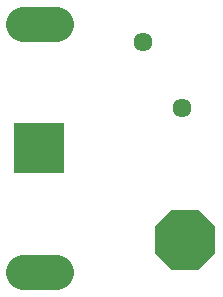
<source format=gbs>
G75*
G70*
%OFA0B0*%
%FSLAX24Y24*%
%IPPOS*%
%LPD*%
%AMOC8*
5,1,8,0,0,1.08239X$1,22.5*
%
%ADD10C,0.0634*%
%ADD11C,0.1175*%
%ADD12R,0.1680X0.1680*%
%ADD13OC8,0.2030*%
D10*
X008825Y006526D03*
X007546Y008742D03*
D11*
X004633Y001050D02*
X003538Y001050D01*
X003538Y009318D02*
X004633Y009318D01*
D12*
X004086Y005184D03*
D13*
X008936Y002134D03*
M02*

</source>
